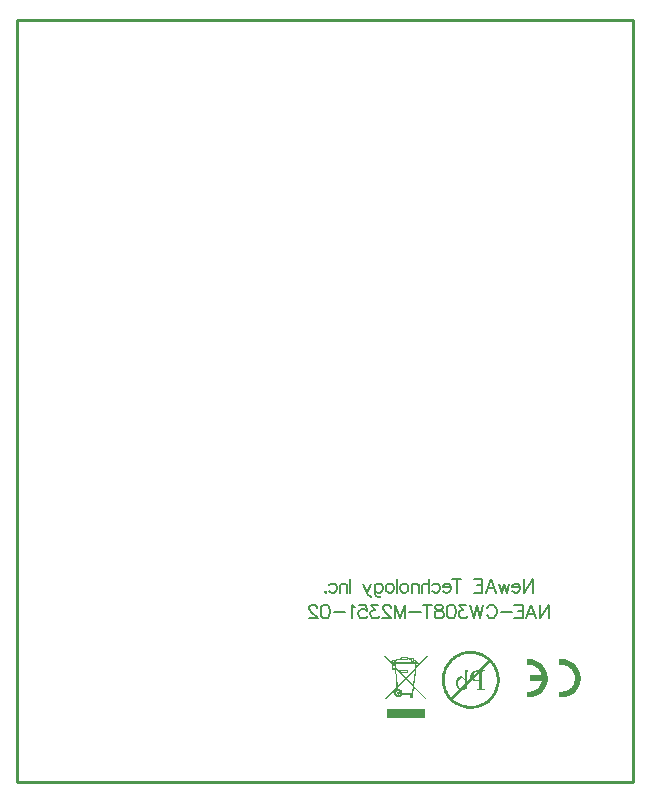
<source format=gbo>
G04*
G04 #@! TF.GenerationSoftware,Altium Limited,Altium Designer,19.0.10 (269)*
G04*
G04 Layer_Color=32896*
%FSLAX25Y25*%
%MOIN*%
G70*
G01*
G75*
%ADD15C,0.01000*%
%ADD49C,0.00700*%
G36*
X181941Y41177D02*
X182416Y41120D01*
X182867Y41027D01*
X183295Y40900D01*
X183700Y40761D01*
X184070Y40599D01*
X184429Y40425D01*
X184741Y40252D01*
X185031Y40078D01*
X185285Y39905D01*
X185505Y39743D01*
X185690Y39604D01*
X185829Y39477D01*
X185933Y39384D01*
X186003Y39326D01*
X186026Y39303D01*
X186361Y38944D01*
X186650Y38563D01*
X186905Y38181D01*
X187113Y37799D01*
X187298Y37406D01*
X187449Y37035D01*
X187576Y36665D01*
X187680Y36318D01*
X187750Y35994D01*
X187807Y35693D01*
X187854Y35427D01*
X187877Y35196D01*
X187888Y35092D01*
X187900Y34999D01*
Y34930D01*
X187912Y34860D01*
Y34814D01*
Y34779D01*
Y34756D01*
Y34745D01*
X187888Y34259D01*
X187831Y33784D01*
X187738Y33333D01*
X187611Y32905D01*
X187472Y32500D01*
X187310Y32130D01*
X187148Y31783D01*
X186963Y31459D01*
X186789Y31181D01*
X186627Y30926D01*
X186465Y30707D01*
X186315Y30521D01*
X186199Y30383D01*
X186107Y30267D01*
X186049Y30209D01*
X186026Y30186D01*
X185667Y29850D01*
X185285Y29561D01*
X184903Y29307D01*
X184510Y29098D01*
X184128Y28913D01*
X183746Y28763D01*
X183376Y28635D01*
X183029Y28531D01*
X182705Y28462D01*
X182404Y28404D01*
X182138Y28358D01*
X181907Y28335D01*
X181803Y28323D01*
X181710Y28312D01*
X181641D01*
X181571Y28300D01*
X181212D01*
X181108Y28312D01*
X180923D01*
X180865Y28323D01*
X180808D01*
Y30279D01*
X181027Y30255D01*
X181143Y30244D01*
X181236D01*
X181328Y30232D01*
X181456D01*
X181803Y30244D01*
X182127Y30290D01*
X182439Y30360D01*
X182740Y30440D01*
X183018Y30533D01*
X183284Y30649D01*
X183527Y30764D01*
X183746Y30892D01*
X183955Y31019D01*
X184128Y31135D01*
X184279Y31250D01*
X184406Y31343D01*
X184510Y31435D01*
X184591Y31493D01*
X184637Y31540D01*
X184649Y31551D01*
X184880Y31806D01*
X185089Y32072D01*
X185262Y32338D01*
X185412Y32616D01*
X185540Y32882D01*
X185644Y33148D01*
X185736Y33402D01*
X185806Y33645D01*
X185852Y33877D01*
X185898Y34085D01*
X185922Y34270D01*
X185945Y34432D01*
X185956Y34559D01*
X185968Y34664D01*
Y34721D01*
Y34745D01*
X185956Y35092D01*
X185910Y35416D01*
X185840Y35739D01*
X185759Y36040D01*
X185667Y36318D01*
X185551Y36584D01*
X185436Y36827D01*
X185308Y37047D01*
X185181Y37244D01*
X185065Y37417D01*
X184950Y37579D01*
X184857Y37706D01*
X184765Y37799D01*
X184707Y37880D01*
X184660Y37926D01*
X184649Y37938D01*
X184394Y38169D01*
X184128Y38377D01*
X183862Y38551D01*
X183584Y38713D01*
X183318Y38840D01*
X183052Y38944D01*
X182798Y39037D01*
X182555Y39106D01*
X182323Y39153D01*
X182115Y39199D01*
X181930Y39234D01*
X181768Y39245D01*
X181641Y39257D01*
X181536Y39268D01*
X181456D01*
X181212Y39257D01*
X181108D01*
X181004Y39245D01*
X180923Y39234D01*
X180865D01*
X180819Y39222D01*
X180808D01*
Y41166D01*
X181027Y41189D01*
X181131D01*
X181236Y41201D01*
X181456D01*
X181941Y41177D01*
D02*
G37*
G36*
X170973D02*
X171448Y41120D01*
X171899Y41027D01*
X172327Y40900D01*
X172732Y40761D01*
X173102Y40599D01*
X173449Y40425D01*
X173773Y40252D01*
X174051Y40078D01*
X174305Y39905D01*
X174525Y39743D01*
X174710Y39604D01*
X174849Y39477D01*
X174965Y39384D01*
X175023Y39326D01*
X175046Y39303D01*
X175381Y38944D01*
X175671Y38563D01*
X175925Y38181D01*
X176133Y37799D01*
X176318Y37406D01*
X176469Y37035D01*
X176596Y36665D01*
X176700Y36318D01*
X176770Y35994D01*
X176828Y35693D01*
X176874Y35427D01*
X176897Y35196D01*
X176909Y35092D01*
X176920Y34999D01*
Y34930D01*
X176932Y34860D01*
Y34814D01*
Y34779D01*
Y34756D01*
Y34745D01*
X176909Y34259D01*
X176851Y33784D01*
X176758Y33333D01*
X176631Y32905D01*
X176492Y32500D01*
X176330Y32130D01*
X176168Y31783D01*
X175983Y31459D01*
X175809Y31181D01*
X175647Y30926D01*
X175485Y30707D01*
X175335Y30521D01*
X175219Y30383D01*
X175127Y30267D01*
X175069Y30209D01*
X175046Y30186D01*
X174687Y29850D01*
X174305Y29561D01*
X173923Y29307D01*
X173542Y29098D01*
X173148Y28913D01*
X172778Y28763D01*
X172408Y28635D01*
X172061Y28531D01*
X171737Y28462D01*
X171436Y28404D01*
X171170Y28358D01*
X170938Y28335D01*
X170834Y28323D01*
X170742Y28312D01*
X170672D01*
X170603Y28300D01*
X170244D01*
X170140Y28312D01*
X169955D01*
X169897Y28323D01*
X169839D01*
X169851Y30279D01*
X170071Y30255D01*
X170175Y30244D01*
X170279D01*
X170360Y30232D01*
X170487D01*
X170776Y30244D01*
X171066Y30279D01*
X171343Y30325D01*
X171598Y30383D01*
X171852Y30464D01*
X172084Y30545D01*
X172304Y30637D01*
X172500Y30730D01*
X172685Y30822D01*
X172847Y30915D01*
X172986Y30996D01*
X173102Y31077D01*
X173195Y31135D01*
X173264Y31181D01*
X173310Y31216D01*
X173322Y31227D01*
X173542Y31424D01*
X173750Y31621D01*
X173923Y31829D01*
X174085Y32049D01*
X174236Y32257D01*
X174363Y32477D01*
X174479Y32685D01*
X174571Y32882D01*
X174652Y33067D01*
X174722Y33240D01*
X174780Y33391D01*
X174826Y33530D01*
X174861Y33634D01*
X174884Y33715D01*
X174895Y33761D01*
Y33784D01*
X171124D01*
Y35716D01*
X174895D01*
X174826Y36006D01*
X174733Y36272D01*
X174629Y36538D01*
X174513Y36781D01*
X174386Y37001D01*
X174259Y37209D01*
X174120Y37406D01*
X173993Y37579D01*
X173866Y37741D01*
X173738Y37880D01*
X173634Y37996D01*
X173530Y38088D01*
X173449Y38169D01*
X173391Y38227D01*
X173345Y38262D01*
X173333Y38273D01*
X173090Y38447D01*
X172847Y38597D01*
X172605Y38736D01*
X172362Y38852D01*
X172118Y38944D01*
X171887Y39025D01*
X171656Y39095D01*
X171436Y39141D01*
X171239Y39187D01*
X171054Y39211D01*
X170892Y39234D01*
X170753Y39257D01*
X170638D01*
X170557Y39268D01*
X170487D01*
X170244Y39257D01*
X170140D01*
X170036Y39245D01*
X169955Y39234D01*
X169897D01*
X169851Y39222D01*
X169839D01*
Y41166D01*
X169978Y41177D01*
X170094Y41189D01*
X170210D01*
X170302Y41201D01*
X170487D01*
X170973Y41177D01*
D02*
G37*
G36*
X151598Y43873D02*
X151968Y43850D01*
X152327Y43815D01*
X152674Y43757D01*
X153021Y43699D01*
X153345Y43619D01*
X153993Y43445D01*
X154594Y43225D01*
X155161Y42982D01*
X155682Y42728D01*
X155925Y42600D01*
X156156Y42461D01*
X156376Y42334D01*
X156584Y42195D01*
X156781Y42068D01*
X156966Y41941D01*
X157140Y41814D01*
X157302Y41698D01*
X157441Y41582D01*
X157568Y41478D01*
X157684Y41385D01*
X157788Y41304D01*
X157880Y41223D01*
X157950Y41166D01*
X158008Y41108D01*
X158042Y41073D01*
X158065Y41050D01*
X158077Y41038D01*
X158332Y40772D01*
X158574Y40495D01*
X158794Y40217D01*
X159014Y39928D01*
X159199Y39639D01*
X159384Y39361D01*
X159558Y39060D01*
X159708Y38771D01*
X159847Y38482D01*
X159986Y38192D01*
X160206Y37625D01*
X160403Y37082D01*
X160541Y36561D01*
X160669Y36063D01*
X160715Y35832D01*
X160750Y35612D01*
X160784Y35415D01*
X160819Y35219D01*
X160842Y35034D01*
X160854Y34872D01*
X160865Y34721D01*
X160877Y34594D01*
X160888Y34478D01*
Y34374D01*
X160900Y34305D01*
Y34247D01*
Y34212D01*
Y34201D01*
X160888Y33830D01*
X160865Y33460D01*
X160831Y33101D01*
X160773Y32754D01*
X160715Y32407D01*
X160634Y32083D01*
X160460Y31435D01*
X160240Y30834D01*
X160009Y30267D01*
X159755Y29746D01*
X159616Y29503D01*
X159488Y29272D01*
X159361Y29052D01*
X159222Y28844D01*
X159095Y28647D01*
X158968Y28462D01*
X158852Y28288D01*
X158736Y28126D01*
X158621Y27988D01*
X158517Y27860D01*
X158424Y27744D01*
X158332Y27640D01*
X158262Y27548D01*
X158193Y27478D01*
X158146Y27420D01*
X158112Y27386D01*
X158089Y27363D01*
X158077Y27351D01*
X157811Y27097D01*
X157533Y26854D01*
X157255Y26622D01*
X156966Y26414D01*
X156677Y26217D01*
X156388Y26032D01*
X156098Y25870D01*
X155809Y25708D01*
X155520Y25569D01*
X155231Y25442D01*
X154664Y25211D01*
X154108Y25025D01*
X153588Y24875D01*
X153102Y24759D01*
X152870Y24702D01*
X152651Y24667D01*
X152442Y24632D01*
X152246Y24609D01*
X152060Y24574D01*
X151899Y24563D01*
X151748Y24551D01*
X151621Y24540D01*
X151505Y24528D01*
X151401D01*
X151332Y24517D01*
X151227D01*
X150857Y24528D01*
X150487Y24551D01*
X150128Y24586D01*
X149781Y24644D01*
X149446Y24702D01*
X149110Y24783D01*
X148474Y24956D01*
X147872Y25176D01*
X147305Y25419D01*
X146785Y25673D01*
X146542Y25801D01*
X146310Y25940D01*
X146090Y26067D01*
X145882Y26194D01*
X145685Y26333D01*
X145500Y26460D01*
X145327Y26576D01*
X145165Y26692D01*
X145026Y26807D01*
X144899Y26912D01*
X144783Y27004D01*
X144679Y27085D01*
X144586Y27166D01*
X144517Y27235D01*
X144459Y27282D01*
X144424Y27316D01*
X144401Y27340D01*
X144390Y27351D01*
X144135Y27617D01*
X143892Y27895D01*
X143661Y28173D01*
X143452Y28462D01*
X143256Y28751D01*
X143071Y29040D01*
X142897Y29330D01*
X142747Y29619D01*
X142596Y29908D01*
X142469Y30197D01*
X142238Y30764D01*
X142052Y31320D01*
X141902Y31840D01*
X141786Y32326D01*
X141728Y32558D01*
X141694Y32777D01*
X141659Y32986D01*
X141624Y33182D01*
X141601Y33367D01*
X141590Y33529D01*
X141578Y33680D01*
X141567Y33807D01*
X141555Y33923D01*
X141543Y34027D01*
Y34096D01*
Y34154D01*
Y34189D01*
Y34201D01*
X141555Y34571D01*
X141578Y34941D01*
X141613Y35300D01*
X141671Y35647D01*
X141728Y35982D01*
X141809Y36318D01*
X141983Y36954D01*
X142203Y37556D01*
X142446Y38123D01*
X142700Y38643D01*
X142828Y38886D01*
X142966Y39118D01*
X143094Y39338D01*
X143233Y39546D01*
X143360Y39743D01*
X143487Y39928D01*
X143614Y40101D01*
X143730Y40263D01*
X143846Y40402D01*
X143950Y40529D01*
X144043Y40645D01*
X144123Y40749D01*
X144204Y40842D01*
X144262Y40911D01*
X144320Y40969D01*
X144355Y41004D01*
X144378Y41027D01*
X144390Y41038D01*
X144656Y41293D01*
X144933Y41536D01*
X145211Y41767D01*
X145500Y41976D01*
X145790Y42172D01*
X146067Y42357D01*
X146368Y42531D01*
X146657Y42681D01*
X146947Y42832D01*
X147236Y42959D01*
X147803Y43190D01*
X148347Y43376D01*
X148867Y43526D01*
X149365Y43642D01*
X149596Y43699D01*
X149816Y43734D01*
X150013Y43769D01*
X150209Y43804D01*
X150394Y43827D01*
X150556Y43838D01*
X150707Y43850D01*
X150834Y43861D01*
X150950Y43873D01*
X151054Y43885D01*
X151227D01*
X151598Y43873D01*
D02*
G37*
G36*
X136900Y42022D02*
X132978Y37938D01*
X132862Y36838D01*
X132619Y34166D01*
X132422Y32245D01*
X136622Y27930D01*
X136333Y27652D01*
X132388Y31701D01*
X132156Y29214D01*
X132029D01*
Y28265D01*
X131150D01*
Y29214D01*
X128431D01*
X128327Y29029D01*
X128199Y28844D01*
X128003Y28635D01*
X127748Y28462D01*
X127459Y28369D01*
X127181Y28335D01*
X126892Y28346D01*
X126684Y28404D01*
X126441Y28508D01*
X126233Y28635D01*
X126070Y28797D01*
X125909Y29029D01*
X125793Y29283D01*
X125723Y29526D01*
X125700Y29723D01*
X125723Y29966D01*
X125758Y30151D01*
X125828Y30325D01*
X125932Y30521D01*
X126047Y30683D01*
X126209Y30834D01*
X126383Y30949D01*
X126545Y31030D01*
X126522Y31239D01*
X123062Y27652D01*
X122773Y27941D01*
X126487Y31782D01*
X126186Y35138D01*
X125978Y37567D01*
X124867D01*
Y39129D01*
X125156D01*
X122345Y42022D01*
X122634Y42300D01*
X125284Y39569D01*
Y39766D01*
X125226Y39812D01*
X125156Y39858D01*
X125087Y39928D01*
X125018Y40009D01*
X124983Y40113D01*
X124948Y40205D01*
X124937Y40321D01*
X124960Y40472D01*
X124995Y40552D01*
X125099Y40714D01*
X125214Y40819D01*
X125365Y40888D01*
X125527Y40911D01*
X125689Y40888D01*
X125828Y40830D01*
X125943Y40761D01*
X126001Y40691D01*
X126105Y40784D01*
X126279Y40900D01*
X126487Y41004D01*
X126788Y41119D01*
X127112Y41212D01*
X127436Y41281D01*
X127783Y41339D01*
X128060Y41374D01*
Y41721D01*
X130282D01*
Y41420D01*
X130456D01*
X130745Y41385D01*
X131046Y41351D01*
X131335Y41304D01*
Y41490D01*
X132295D01*
Y41038D01*
X132411Y40981D01*
X132561Y40911D01*
X132735Y40807D01*
X132874Y40714D01*
X133001Y40599D01*
X133094Y40518D01*
X133151Y40437D01*
X133198Y40344D01*
X133175Y40182D01*
X133730D01*
Y39476D01*
X133117D01*
X133024Y38562D01*
X136611Y42300D01*
X136900Y42022D01*
D02*
G37*
G36*
X136055Y24447D02*
Y24389D01*
Y24308D01*
Y24227D01*
Y24135D01*
Y24054D01*
Y23996D01*
Y23984D01*
Y23973D01*
Y23591D01*
Y23406D01*
Y23232D01*
Y23093D01*
Y22978D01*
Y22931D01*
Y22897D01*
Y22885D01*
Y22873D01*
Y22654D01*
Y22457D01*
Y22272D01*
Y22110D01*
Y21971D01*
Y21879D01*
Y21809D01*
Y21798D01*
Y21786D01*
Y21624D01*
Y21508D01*
Y21416D01*
Y21358D01*
Y21323D01*
Y21312D01*
Y21300D01*
X123409D01*
Y21323D01*
Y21381D01*
Y21450D01*
Y21543D01*
Y21635D01*
Y21705D01*
Y21763D01*
Y21786D01*
Y22168D01*
Y22353D01*
Y22515D01*
Y22665D01*
Y22769D01*
Y22816D01*
Y22850D01*
Y22862D01*
Y22873D01*
Y23093D01*
Y23302D01*
Y23487D01*
Y23649D01*
Y23787D01*
Y23892D01*
Y23949D01*
Y23973D01*
Y24065D01*
Y24135D01*
Y24262D01*
Y24354D01*
Y24412D01*
Y24447D01*
Y24459D01*
Y24470D01*
X136055D01*
Y24447D01*
D02*
G37*
%LPC*%
G36*
X157024Y40703D02*
X157018Y40697D01*
X157140Y40587D01*
X157383Y40356D01*
X157024Y40703D01*
D02*
G37*
G36*
X157383Y40356D02*
X157395Y40343D01*
X157406Y40321D01*
X157441Y40286D01*
X157487Y40240D01*
X157545Y40171D01*
X157614Y40101D01*
X157695Y40009D01*
X157707Y40020D01*
X157395Y40343D01*
X157394Y40344D01*
X157383Y40356D01*
D02*
G37*
G36*
X151390Y42913D02*
X151227D01*
X150892Y42901D01*
X150568Y42890D01*
X150244Y42855D01*
X149932Y42809D01*
X149318Y42681D01*
X148740Y42519D01*
X148196Y42323D01*
X147699Y42103D01*
X147224Y41872D01*
X146796Y41640D01*
X146414Y41397D01*
X146229Y41281D01*
X146067Y41166D01*
X145917Y41050D01*
X145778Y40946D01*
X145639Y40853D01*
X145524Y40761D01*
X145419Y40668D01*
X145327Y40587D01*
X145257Y40529D01*
X145188Y40472D01*
X145142Y40414D01*
X145107Y40391D01*
X145084Y40367D01*
X145072Y40356D01*
X144841Y40113D01*
X144621Y39870D01*
X144413Y39615D01*
X144228Y39361D01*
X144054Y39106D01*
X143892Y38840D01*
X143730Y38586D01*
X143591Y38320D01*
X143348Y37799D01*
X143140Y37290D01*
X142966Y36792D01*
X142839Y36329D01*
X142724Y35878D01*
X142654Y35473D01*
X142619Y35288D01*
X142596Y35115D01*
X142573Y34953D01*
X142550Y34802D01*
X142538Y34675D01*
X142527Y34548D01*
Y34444D01*
X142515Y34363D01*
Y34293D01*
Y34247D01*
Y34212D01*
Y34201D01*
X142527Y33865D01*
X142538Y33541D01*
X142573Y33217D01*
X142619Y32905D01*
X142747Y32291D01*
X142909Y31713D01*
X143105Y31169D01*
X143325Y30660D01*
X143557Y30197D01*
X143788Y29769D01*
X144031Y29376D01*
X144147Y29202D01*
X144262Y29029D01*
X144378Y28878D01*
X144482Y28740D01*
X144575Y28612D01*
X144667Y28485D01*
X144733Y28411D01*
X147409Y31088D01*
X147271Y31181D01*
X147143Y31273D01*
X147097Y31320D01*
X147062Y31354D01*
X147039Y31366D01*
X147028Y31378D01*
X146889Y31516D01*
X146773Y31655D01*
X146669Y31806D01*
X146588Y31967D01*
X146507Y32118D01*
X146449Y32268D01*
X146356Y32569D01*
X146322Y32708D01*
X146299Y32824D01*
X146287Y32939D01*
X146275Y33044D01*
X146264Y33113D01*
Y33182D01*
Y33217D01*
Y33229D01*
Y33414D01*
X146287Y33587D01*
X146345Y33888D01*
X146426Y34166D01*
X146461Y34282D01*
X146507Y34386D01*
X146553Y34478D01*
X146599Y34559D01*
X146646Y34629D01*
X146680Y34686D01*
X146715Y34733D01*
X146738Y34767D01*
X146750Y34779D01*
X146762Y34791D01*
X146854Y34895D01*
X146958Y34987D01*
X147051Y35057D01*
X147155Y35126D01*
X147352Y35230D01*
X147525Y35300D01*
X147687Y35334D01*
X147803Y35357D01*
X147849Y35369D01*
X147918D01*
X148057Y35357D01*
X148185Y35334D01*
X148312Y35288D01*
X148439Y35230D01*
X148670Y35091D01*
X148879Y34929D01*
X149041Y34767D01*
X149110Y34698D01*
X149168Y34629D01*
X149214Y34571D01*
X149249Y34525D01*
X149272Y34501D01*
X149284Y34490D01*
Y37625D01*
X149492D01*
X150788Y37093D01*
X150718Y36931D01*
X150591Y36977D01*
X150487Y36989D01*
X150418Y37001D01*
X150394D01*
X150313Y36989D01*
X150256Y36977D01*
X150209Y36954D01*
X150198Y36943D01*
X150152Y36873D01*
X150117Y36804D01*
X150105Y36734D01*
X150094Y36723D01*
Y36711D01*
X150082Y36676D01*
Y36619D01*
X150071Y36503D01*
Y36353D01*
X150059Y36191D01*
Y36052D01*
Y35925D01*
Y35878D01*
Y35844D01*
Y35820D01*
Y35809D01*
Y33738D01*
X151204Y34895D01*
X151146Y35115D01*
X151123Y35230D01*
X151112Y35323D01*
X151100Y35415D01*
Y35485D01*
Y35531D01*
Y35543D01*
X151112Y35751D01*
X151158Y35936D01*
X151204Y36110D01*
X151274Y36248D01*
X151332Y36376D01*
X151390Y36457D01*
X151436Y36515D01*
X151447Y36538D01*
X151586Y36688D01*
X151725Y36815D01*
X151864Y36920D01*
X151991Y37001D01*
X152107Y37058D01*
X152199Y37105D01*
X152257Y37128D01*
X152280Y37139D01*
X152489Y37197D01*
X152708Y37244D01*
X152928Y37267D01*
X153148Y37290D01*
X153345Y37301D01*
X153426Y37313D01*
X153634D01*
X157018Y40697D01*
X156897Y40807D01*
X156642Y41015D01*
X156388Y41200D01*
X156122Y41374D01*
X155867Y41536D01*
X155601Y41698D01*
X155346Y41837D01*
X154826Y42080D01*
X154317Y42288D01*
X153819Y42461D01*
X153345Y42589D01*
X152905Y42704D01*
X152500Y42774D01*
X152315Y42809D01*
X152141Y42832D01*
X151979Y42855D01*
X151829Y42878D01*
X151690Y42890D01*
X151575Y42901D01*
X151470D01*
X151390Y42913D01*
D02*
G37*
G36*
X153217Y36896D02*
X153079Y36850D01*
X152951Y36804D01*
X152905Y36781D01*
X152870Y36769D01*
X152847Y36746D01*
X152836D01*
X152732Y36676D01*
X152627Y36595D01*
X152547Y36503D01*
X152477Y36422D01*
X152419Y36341D01*
X152384Y36272D01*
X152361Y36225D01*
X152350Y36214D01*
X152292Y36086D01*
X152257Y36005D01*
X152246Y35948D01*
X152234Y35925D01*
X153217Y36896D01*
D02*
G37*
G36*
X154166Y36468D02*
X152373Y34686D01*
X152431Y34594D01*
X152489Y34525D01*
X152523Y34478D01*
X152535Y34467D01*
X152674Y34339D01*
X152824Y34235D01*
X152963Y34166D01*
X153090Y34120D01*
X153206Y34096D01*
X153298Y34085D01*
X153356Y34073D01*
X153379D01*
X153484Y34085D01*
X153599Y34096D01*
X153646D01*
X153680Y34108D01*
X153715D01*
X153865Y34120D01*
X154016Y34143D01*
X154074Y34154D01*
X154120Y34166D01*
X154155Y34177D01*
X154166D01*
Y36468D01*
D02*
G37*
G36*
X148381Y34686D02*
X148289D01*
X148115Y34663D01*
X147965Y34617D01*
X147826Y34548D01*
X147699Y34467D01*
X147594Y34386D01*
X147525Y34316D01*
X147467Y34270D01*
X147456Y34247D01*
X147328Y34062D01*
X147236Y33853D01*
X147166Y33645D01*
X147120Y33437D01*
X147097Y33252D01*
X147085Y33171D01*
X147074Y33101D01*
Y33044D01*
Y32997D01*
Y32974D01*
Y32963D01*
X147085Y32650D01*
X147132Y32372D01*
X147190Y32129D01*
X147259Y31944D01*
X147340Y31794D01*
X147398Y31690D01*
X147444Y31620D01*
X147456Y31597D01*
X147525Y31493D01*
X147594Y31424D01*
X147652Y31366D01*
X147664Y31354D01*
X147676D01*
X149284Y32951D01*
Y34189D01*
X149168Y34293D01*
X149075Y34374D01*
X148983Y34432D01*
X148914Y34490D01*
X148856Y34525D01*
X148821Y34548D01*
X148798Y34571D01*
X148786D01*
X148601Y34640D01*
X148520Y34663D01*
X148439Y34675D01*
X148381Y34686D01*
D02*
G37*
G36*
X157695Y40009D02*
X154999Y37313D01*
X155983D01*
Y37139D01*
X155740D01*
X155613Y37128D01*
X155508Y37105D01*
X155404Y37070D01*
X155335Y37035D01*
X155277Y37001D01*
X155231Y36966D01*
X155208Y36943D01*
X155196Y36931D01*
X155150Y36862D01*
X155127Y36757D01*
X155103Y36630D01*
X155080Y36503D01*
Y36376D01*
X155069Y36283D01*
Y36202D01*
Y36191D01*
Y36179D01*
Y32048D01*
Y31863D01*
X155080Y31701D01*
X155092Y31586D01*
X155115Y31493D01*
X155127Y31424D01*
X155150Y31378D01*
X155161Y31354D01*
Y31343D01*
X155242Y31262D01*
X155335Y31192D01*
X155427Y31146D01*
X155520Y31123D01*
X155601Y31100D01*
X155670Y31088D01*
X155983D01*
Y30903D01*
X153241D01*
Y31088D01*
X153484D01*
X153611Y31100D01*
X153715Y31123D01*
X153808Y31146D01*
X153889Y31192D01*
X153946Y31227D01*
X153993Y31250D01*
X154016Y31273D01*
X154027Y31285D01*
X154074Y31366D01*
X154108Y31470D01*
X154131Y31597D01*
X154143Y31725D01*
X154155Y31852D01*
X154166Y31956D01*
Y32025D01*
Y32037D01*
Y32048D01*
Y33900D01*
X154039Y33877D01*
X153923Y33853D01*
X153831Y33842D01*
X153750Y33830D01*
X153680Y33819D01*
X153634Y33807D01*
X153588D01*
X153391Y33784D01*
X153298D01*
X153229Y33773D01*
X153079D01*
X152801Y33784D01*
X152547Y33830D01*
X152327Y33888D01*
X152141Y33946D01*
X152003Y34015D01*
X151899Y34062D01*
X151829Y34108D01*
X151806Y34120D01*
X150059Y32372D01*
Y31320D01*
X149908Y31227D01*
X149758Y31146D01*
X149631Y31077D01*
X149504Y31019D01*
X149411Y30972D01*
X149330Y30938D01*
X149272Y30926D01*
X149261Y30915D01*
X149122Y30868D01*
X148995Y30834D01*
X148856Y30810D01*
X148740Y30799D01*
X148647Y30787D01*
X148566Y30776D01*
X148462D01*
X145408Y27721D01*
X145061Y28045D01*
X145034Y28074D01*
X145014Y28103D01*
X144983Y28128D01*
X145034Y28074D01*
X145037Y28069D01*
X145061Y28045D01*
X145072Y28034D01*
X145315Y27802D01*
X145558Y27582D01*
X145813Y27386D01*
X146067Y27189D01*
X146322Y27016D01*
X146588Y26854D01*
X146843Y26703D01*
X147109Y26564D01*
X147629Y26321D01*
X148138Y26113D01*
X148636Y25940D01*
X149099Y25812D01*
X149550Y25697D01*
X149955Y25627D01*
X150140Y25592D01*
X150313Y25569D01*
X150475Y25546D01*
X150626Y25523D01*
X150753Y25512D01*
X150880Y25500D01*
X150985D01*
X151066Y25488D01*
X151227D01*
X151563Y25500D01*
X151887Y25523D01*
X152211Y25546D01*
X152523Y25592D01*
X153137Y25720D01*
X153703Y25882D01*
X154247Y26078D01*
X154756Y26298D01*
X155231Y26530D01*
X155659Y26761D01*
X156041Y27004D01*
X156214Y27120D01*
X156388Y27224D01*
X156538Y27340D01*
X156677Y27444D01*
X156804Y27548D01*
X156931Y27640D01*
X157036Y27721D01*
X157128Y27802D01*
X157198Y27872D01*
X157267Y27930D01*
X157313Y27976D01*
X157348Y28011D01*
X157371Y28022D01*
X157383Y28034D01*
X157614Y28277D01*
X157834Y28520D01*
X158031Y28774D01*
X158227Y29029D01*
X158401Y29295D01*
X158563Y29549D01*
X158725Y29816D01*
X158864Y30082D01*
X159107Y30602D01*
X159315Y31111D01*
X159488Y31609D01*
X159616Y32072D01*
X159720Y32523D01*
X159801Y32928D01*
X159836Y33113D01*
X159859Y33286D01*
X159882Y33448D01*
X159905Y33599D01*
X159917Y33726D01*
X159928Y33853D01*
Y33958D01*
X159940Y34039D01*
Y34108D01*
Y34154D01*
Y34189D01*
Y34201D01*
X159928Y34536D01*
X159905Y34860D01*
X159882Y35184D01*
X159824Y35496D01*
X159708Y36110D01*
X159535Y36688D01*
X159350Y37232D01*
X159130Y37729D01*
X158898Y38204D01*
X158655Y38632D01*
X158424Y39014D01*
X158308Y39199D01*
X158193Y39361D01*
X158077Y39511D01*
X157973Y39650D01*
X157880Y39789D01*
X157776Y39905D01*
X157695Y40009D01*
D02*
G37*
G36*
X144733Y28411D02*
X144725Y28404D01*
X144902Y28215D01*
X144899Y28219D01*
X144841Y28288D01*
X144760Y28381D01*
X144733Y28411D01*
D02*
G37*
G36*
X144902Y28215D02*
X144957Y28149D01*
X144983Y28128D01*
X144902Y28215D01*
D02*
G37*
G36*
X129865Y41328D02*
X128454D01*
Y41096D01*
X129865D01*
Y41328D01*
D02*
G37*
G36*
X130282Y41004D02*
Y40691D01*
X128060D01*
Y40957D01*
X127598Y40888D01*
X127181Y40784D01*
X126834Y40691D01*
X126556Y40564D01*
X126337Y40437D01*
X126175Y40286D01*
Y40182D01*
X131335D01*
Y40865D01*
X131022Y40923D01*
X130675Y40969D01*
X130282Y41004D01*
D02*
G37*
G36*
X131902Y41096D02*
X131740D01*
Y40564D01*
X131890D01*
X131902Y41096D01*
D02*
G37*
G36*
X132295Y40576D02*
Y40182D01*
X132770D01*
X132781Y40252D01*
X132665Y40367D01*
X132515Y40472D01*
X132295Y40576D01*
D02*
G37*
G36*
X125584Y40506D02*
X125550D01*
X125480Y40495D01*
X125434Y40472D01*
X125388Y40448D01*
X125365Y40414D01*
X125342Y40344D01*
Y40321D01*
Y40310D01*
X125353Y40240D01*
X125376Y40194D01*
X125411Y40159D01*
X125446Y40136D01*
X125515Y40113D01*
X125550D01*
X125619Y40124D01*
X125665Y40148D01*
X125700Y40171D01*
X125723Y40217D01*
X125747Y40275D01*
Y40298D01*
Y40310D01*
X125735Y40379D01*
X125712Y40425D01*
X125689Y40460D01*
X125642Y40483D01*
X125584Y40506D01*
D02*
G37*
G36*
X126047Y38736D02*
X125272D01*
Y37972D01*
X126047D01*
Y38736D01*
D02*
G37*
G36*
X129923Y36989D02*
X127841D01*
Y36862D01*
X129923D01*
Y36989D01*
D02*
G37*
G36*
X132712Y39476D02*
X126233D01*
X126267Y39129D01*
X126441D01*
Y38389D01*
X127413Y37394D01*
X130328D01*
Y36468D01*
X128315D01*
X129657Y35080D01*
X132584Y38123D01*
X132712Y39476D01*
D02*
G37*
G36*
X132527Y37475D02*
X129935Y34791D01*
X132064Y32604D01*
X132527Y37475D01*
D02*
G37*
G36*
X126441Y37810D02*
Y37567D01*
X126394D01*
X126857Y32176D01*
X129379Y34791D01*
X127748Y36468D01*
X127413D01*
Y36804D01*
X126441Y37810D01*
D02*
G37*
G36*
X129657Y34501D02*
X126903Y31644D01*
X126950Y31146D01*
X127135Y31158D01*
X127343Y31146D01*
X127598Y31077D01*
X127841Y30949D01*
X128026Y30822D01*
X128199Y30649D01*
X128350Y30429D01*
X128477Y30151D01*
X128535Y29839D01*
X128523Y29630D01*
X131786D01*
X132018Y32072D01*
X129657Y34501D01*
D02*
G37*
G36*
X127193Y30452D02*
X127123D01*
X126996Y30440D01*
X126892Y30417D01*
X126799Y30382D01*
X126718Y30348D01*
X126649Y30290D01*
X126603Y30232D01*
X126510Y30105D01*
X126464Y29966D01*
X126441Y29862D01*
X126429Y29816D01*
Y29781D01*
Y29758D01*
Y29746D01*
X126441Y29619D01*
X126464Y29515D01*
X126499Y29422D01*
X126533Y29341D01*
X126591Y29283D01*
X126649Y29226D01*
X126776Y29144D01*
X126903Y29087D01*
X127019Y29063D01*
X127054Y29052D01*
X127123D01*
X127251Y29063D01*
X127355Y29087D01*
X127447Y29121D01*
X127528Y29156D01*
X127598Y29214D01*
X127656Y29272D01*
X127737Y29399D01*
X127794Y29526D01*
X127818Y29642D01*
X127829Y29677D01*
Y29711D01*
Y29735D01*
Y29746D01*
X127818Y29873D01*
X127794Y29978D01*
X127760Y30070D01*
X127713Y30151D01*
X127667Y30220D01*
X127609Y30278D01*
X127471Y30359D01*
X127343Y30417D01*
X127227Y30440D01*
X127193Y30452D01*
D02*
G37*
G36*
X131636Y29226D02*
X131543D01*
Y28659D01*
X131636D01*
Y29226D01*
D02*
G37*
%LPD*%
G36*
X127285Y30197D02*
X127401Y30151D01*
X127482Y30070D01*
X127540Y29989D01*
X127575Y29897D01*
X127586Y29816D01*
X127598Y29769D01*
Y29746D01*
X127575Y29596D01*
X127528Y29480D01*
X127447Y29399D01*
X127355Y29341D01*
X127274Y29306D01*
X127193Y29295D01*
X127146Y29283D01*
X127123D01*
X126973Y29306D01*
X126857Y29353D01*
X126776Y29434D01*
X126718Y29515D01*
X126684Y29596D01*
X126672Y29677D01*
X126661Y29723D01*
Y29746D01*
X126684Y29908D01*
X126730Y30024D01*
X126811Y30105D01*
X126892Y30163D01*
X126973Y30197D01*
X127054Y30209D01*
X127100Y30220D01*
X127123D01*
X127285Y30197D01*
D02*
G37*
%LPC*%
G36*
X127135Y29816D02*
X127123D01*
X127077Y29804D01*
X127066Y29781D01*
X127054Y29758D01*
Y29746D01*
X127066Y29711D01*
X127089Y29688D01*
X127112Y29677D01*
X127123D01*
X127158Y29688D01*
X127181Y29711D01*
X127193Y29735D01*
Y29746D01*
X127181Y29792D01*
X127158Y29804D01*
X127135Y29816D01*
D02*
G37*
%LPD*%
D15*
X0Y0D02*
Y254000D01*
X205500D01*
Y0D02*
Y254000D01*
X0Y0D02*
X205500D01*
D49*
X171890Y67778D02*
Y63279D01*
Y67778D02*
X168891Y63279D01*
Y67778D02*
Y63279D01*
X167648Y64992D02*
X165078D01*
Y65421D01*
X165292Y65849D01*
X165506Y66064D01*
X165935Y66278D01*
X166577D01*
X167006Y66064D01*
X167434Y65635D01*
X167648Y64992D01*
Y64564D01*
X167434Y63921D01*
X167006Y63493D01*
X166577Y63279D01*
X165935D01*
X165506Y63493D01*
X165078Y63921D01*
X164114Y66278D02*
X163257Y63279D01*
X162400Y66278D02*
X163257Y63279D01*
X162400Y66278D02*
X161543Y63279D01*
X160686Y66278D02*
X161543Y63279D01*
X156208D02*
X157922Y67778D01*
X159636Y63279D01*
X158993Y64778D02*
X156851D01*
X152373Y67778D02*
X155158D01*
Y63279D01*
X152373D01*
X155158Y65635D02*
X153444D01*
X146589Y67778D02*
Y63279D01*
X148088Y67778D02*
X145089D01*
X144553Y64992D02*
X141983D01*
Y65421D01*
X142197Y65849D01*
X142411Y66064D01*
X142840Y66278D01*
X143482D01*
X143911Y66064D01*
X144339Y65635D01*
X144553Y64992D01*
Y64564D01*
X144339Y63921D01*
X143911Y63493D01*
X143482Y63279D01*
X142840D01*
X142411Y63493D01*
X141983Y63921D01*
X138448Y65635D02*
X138876Y66064D01*
X139305Y66278D01*
X139947D01*
X140376Y66064D01*
X140804Y65635D01*
X141018Y64992D01*
Y64564D01*
X140804Y63921D01*
X140376Y63493D01*
X139947Y63279D01*
X139305D01*
X138876Y63493D01*
X138448Y63921D01*
X137484Y67778D02*
Y63279D01*
Y65421D02*
X136841Y66064D01*
X136412Y66278D01*
X135770D01*
X135341Y66064D01*
X135127Y65421D01*
Y63279D01*
X133949Y66278D02*
Y63279D01*
Y65421D02*
X133306Y66064D01*
X132877Y66278D01*
X132235D01*
X131806Y66064D01*
X131592Y65421D01*
Y63279D01*
X129342Y66278D02*
X129771Y66064D01*
X130199Y65635D01*
X130414Y64992D01*
Y64564D01*
X130199Y63921D01*
X129771Y63493D01*
X129342Y63279D01*
X128700D01*
X128271Y63493D01*
X127843Y63921D01*
X127629Y64564D01*
Y64992D01*
X127843Y65635D01*
X128271Y66064D01*
X128700Y66278D01*
X129342D01*
X126643Y67778D02*
Y63279D01*
X124629Y66278D02*
X125058Y66064D01*
X125486Y65635D01*
X125700Y64992D01*
Y64564D01*
X125486Y63921D01*
X125058Y63493D01*
X124629Y63279D01*
X123986D01*
X123558Y63493D01*
X123129Y63921D01*
X122915Y64564D01*
Y64992D01*
X123129Y65635D01*
X123558Y66064D01*
X123986Y66278D01*
X124629D01*
X119359D02*
Y62850D01*
X119573Y62207D01*
X119787Y61993D01*
X120216Y61779D01*
X120859D01*
X121287Y61993D01*
X119359Y65635D02*
X119787Y66064D01*
X120216Y66278D01*
X120859D01*
X121287Y66064D01*
X121715Y65635D01*
X121930Y64992D01*
Y64564D01*
X121715Y63921D01*
X121287Y63493D01*
X120859Y63279D01*
X120216D01*
X119787Y63493D01*
X119359Y63921D01*
X117945Y66278D02*
X116659Y63279D01*
X115374Y66278D02*
X116659Y63279D01*
X117088Y62422D01*
X117516Y61993D01*
X117945Y61779D01*
X118159D01*
X111089Y67778D02*
Y63279D01*
X110146Y66278D02*
Y63279D01*
Y65421D02*
X109504Y66064D01*
X109075Y66278D01*
X108433D01*
X108004Y66064D01*
X107790Y65421D01*
Y63279D01*
X104041Y65635D02*
X104469Y66064D01*
X104898Y66278D01*
X105540D01*
X105969Y66064D01*
X106397Y65635D01*
X106612Y64992D01*
Y64564D01*
X106397Y63921D01*
X105969Y63493D01*
X105540Y63279D01*
X104898D01*
X104469Y63493D01*
X104041Y63921D01*
X102862Y63707D02*
X103077Y63493D01*
X102862Y63279D01*
X102648Y63493D01*
X102862Y63707D01*
X177300Y59199D02*
Y54700D01*
Y59199D02*
X174301Y54700D01*
Y59199D02*
Y54700D01*
X169630D02*
X171344Y59199D01*
X173058Y54700D01*
X172415Y56200D02*
X170273D01*
X165795Y59199D02*
X168580D01*
Y54700D01*
X165795D01*
X168580Y57057D02*
X166867D01*
X165045Y56628D02*
X161189D01*
X156647Y58128D02*
X156861Y58556D01*
X157290Y58985D01*
X157719Y59199D01*
X158575D01*
X159004Y58985D01*
X159432Y58556D01*
X159647Y58128D01*
X159861Y57485D01*
Y56414D01*
X159647Y55771D01*
X159432Y55343D01*
X159004Y54914D01*
X158575Y54700D01*
X157719D01*
X157290Y54914D01*
X156861Y55343D01*
X156647Y55771D01*
X155383Y59199D02*
X154312Y54700D01*
X153241Y59199D02*
X154312Y54700D01*
X153241Y59199D02*
X152170Y54700D01*
X151099Y59199D02*
X152170Y54700D01*
X149770Y59199D02*
X147414D01*
X148699Y57485D01*
X148056D01*
X147628Y57271D01*
X147414Y57057D01*
X147199Y56414D01*
Y55985D01*
X147414Y55343D01*
X147842Y54914D01*
X148485Y54700D01*
X149127D01*
X149770Y54914D01*
X149984Y55129D01*
X150199Y55557D01*
X144907Y59199D02*
X145550Y58985D01*
X145978Y58342D01*
X146192Y57271D01*
Y56628D01*
X145978Y55557D01*
X145550Y54914D01*
X144907Y54700D01*
X144478D01*
X143836Y54914D01*
X143407Y55557D01*
X143193Y56628D01*
Y57271D01*
X143407Y58342D01*
X143836Y58985D01*
X144478Y59199D01*
X144907D01*
X141115D02*
X141758Y58985D01*
X141972Y58556D01*
Y58128D01*
X141758Y57699D01*
X141329Y57485D01*
X140472Y57271D01*
X139830Y57057D01*
X139401Y56628D01*
X139187Y56200D01*
Y55557D01*
X139401Y55129D01*
X139615Y54914D01*
X140258Y54700D01*
X141115D01*
X141758Y54914D01*
X141972Y55129D01*
X142186Y55557D01*
Y56200D01*
X141972Y56628D01*
X141543Y57057D01*
X140901Y57271D01*
X140044Y57485D01*
X139615Y57699D01*
X139401Y58128D01*
Y58556D01*
X139615Y58985D01*
X140258Y59199D01*
X141115D01*
X136680D02*
Y54700D01*
X138180Y59199D02*
X135180D01*
X134645Y56628D02*
X130789D01*
X129460Y59199D02*
Y54700D01*
Y59199D02*
X127746Y54700D01*
X126032Y59199D02*
X127746Y54700D01*
X126032Y59199D02*
Y54700D01*
X124533Y58128D02*
Y58342D01*
X124319Y58771D01*
X124104Y58985D01*
X123676Y59199D01*
X122819D01*
X122390Y58985D01*
X122176Y58771D01*
X121962Y58342D01*
Y57914D01*
X122176Y57485D01*
X122605Y56842D01*
X124747Y54700D01*
X121748D01*
X120312Y59199D02*
X117956D01*
X119241Y57485D01*
X118598D01*
X118170Y57271D01*
X117956Y57057D01*
X117741Y56414D01*
Y55985D01*
X117956Y55343D01*
X118384Y54914D01*
X119027Y54700D01*
X119669D01*
X120312Y54914D01*
X120527Y55129D01*
X120741Y55557D01*
X114164Y59199D02*
X116306D01*
X116520Y57271D01*
X116306Y57485D01*
X115663Y57699D01*
X115021D01*
X114378Y57485D01*
X113949Y57057D01*
X113735Y56414D01*
Y55985D01*
X113949Y55343D01*
X114378Y54914D01*
X115021Y54700D01*
X115663D01*
X116306Y54914D01*
X116520Y55129D01*
X116734Y55557D01*
X112728Y58342D02*
X112300Y58556D01*
X111657Y59199D01*
Y54700D01*
X109429Y56628D02*
X105572D01*
X102959Y59199D02*
X103602Y58985D01*
X104030Y58342D01*
X104244Y57271D01*
Y56628D01*
X104030Y55557D01*
X103602Y54914D01*
X102959Y54700D01*
X102530D01*
X101888Y54914D01*
X101459Y55557D01*
X101245Y56628D01*
Y57271D01*
X101459Y58342D01*
X101888Y58985D01*
X102530Y59199D01*
X102959D01*
X100024Y58128D02*
Y58342D01*
X99809Y58771D01*
X99595Y58985D01*
X99167Y59199D01*
X98310D01*
X97881Y58985D01*
X97667Y58771D01*
X97453Y58342D01*
Y57914D01*
X97667Y57485D01*
X98096Y56842D01*
X100238Y54700D01*
X97239D01*
M02*

</source>
